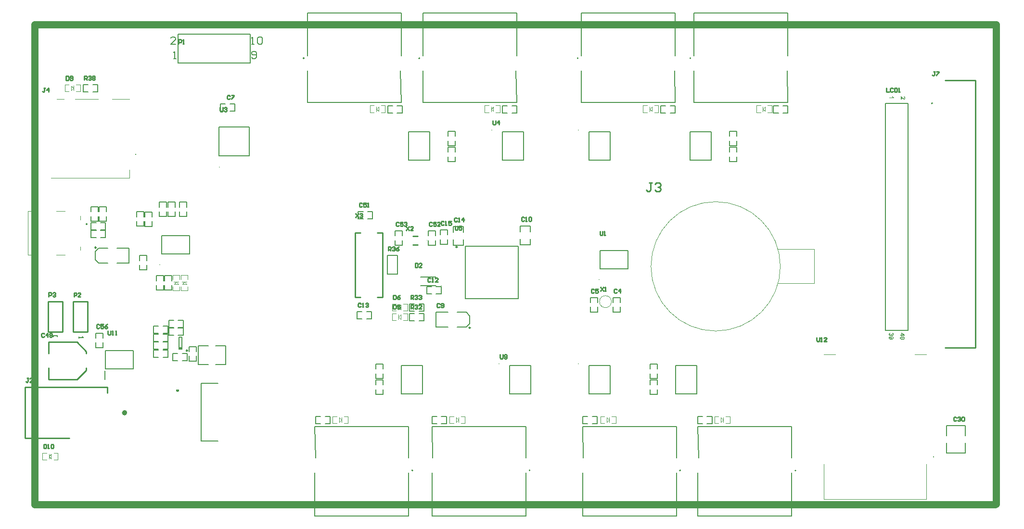
<source format=gto>
G04*
G04 #@! TF.GenerationSoftware,Altium Limited,Altium Designer,18.1.7 (191)*
G04*
G04 Layer_Color=65535*
%FSLAX25Y25*%
%MOIN*%
G70*
G01*
G75*
%ADD10C,0.00787*%
%ADD11C,0.00394*%
%ADD12C,0.00984*%
%ADD13C,0.01000*%
%ADD14C,0.01500*%
%ADD15C,0.00800*%
%ADD16C,0.00500*%
%ADD17C,0.05000*%
G36*
X594713Y-50053D02*
X594718Y-50058D01*
X594723Y-50071D01*
X594727Y-50090D01*
X594750Y-50136D01*
X594778Y-50201D01*
X594815Y-50279D01*
X594866Y-50367D01*
X594931Y-50464D01*
X595004Y-50566D01*
X595009Y-50570D01*
X595014Y-50580D01*
X595027Y-50593D01*
X595046Y-50612D01*
X595092Y-50663D01*
X595152Y-50718D01*
X595226Y-50783D01*
X595319Y-50848D01*
X595416Y-50908D01*
X595522Y-50954D01*
Y-51453D01*
X592306D01*
Y-50838D01*
X594621D01*
X594616Y-50834D01*
X594607Y-50824D01*
X594593Y-50806D01*
X594570Y-50778D01*
X594542Y-50746D01*
X594515Y-50709D01*
X594482Y-50663D01*
X594445Y-50612D01*
X594408Y-50556D01*
X594371Y-50496D01*
X594330Y-50432D01*
X594293Y-50362D01*
X594224Y-50215D01*
X594159Y-50048D01*
X594713D01*
Y-50053D01*
D02*
G37*
G36*
X600254D02*
X600277Y-50058D01*
X600305Y-50062D01*
X600337Y-50067D01*
X600420Y-50085D01*
X600513Y-50113D01*
X600614Y-50150D01*
X600725Y-50196D01*
X600831Y-50256D01*
X600836D01*
X600845Y-50265D01*
X600864Y-50275D01*
X600882Y-50293D01*
X600914Y-50312D01*
X600947Y-50339D01*
X600988Y-50372D01*
X601035Y-50409D01*
X601090Y-50450D01*
X601146Y-50501D01*
X601210Y-50556D01*
X601279Y-50621D01*
X601349Y-50690D01*
X601427Y-50769D01*
X601510Y-50852D01*
X601598Y-50945D01*
X601603Y-50949D01*
X601617Y-50963D01*
X601635Y-50981D01*
X601663Y-51009D01*
X601691Y-51046D01*
X601728Y-51083D01*
X601811Y-51166D01*
X601899Y-51249D01*
X601986Y-51333D01*
X602023Y-51370D01*
X602065Y-51407D01*
X602097Y-51434D01*
X602125Y-51453D01*
X602134Y-51457D01*
X602157Y-51471D01*
X602194Y-51494D01*
X602245Y-51517D01*
X602301Y-51540D01*
X602365Y-51564D01*
X602430Y-51578D01*
X602499Y-51582D01*
X602504D01*
X602508D01*
X602531D01*
X602573Y-51578D01*
X602619Y-51568D01*
X602670Y-51554D01*
X602721Y-51536D01*
X602772Y-51508D01*
X602818Y-51471D01*
X602823Y-51467D01*
X602836Y-51453D01*
X602855Y-51425D01*
X602873Y-51393D01*
X602892Y-51346D01*
X602910Y-51296D01*
X602924Y-51236D01*
X602929Y-51166D01*
Y-51134D01*
X602924Y-51097D01*
X602915Y-51055D01*
X602901Y-51005D01*
X602878Y-50954D01*
X602850Y-50903D01*
X602813Y-50857D01*
X602809Y-50852D01*
X602790Y-50838D01*
X602763Y-50820D01*
X602721Y-50801D01*
X602670Y-50778D01*
X602601Y-50760D01*
X602522Y-50741D01*
X602430Y-50732D01*
X602490Y-50122D01*
X602494D01*
X602513Y-50127D01*
X602536D01*
X602573Y-50136D01*
X602615Y-50141D01*
X602661Y-50155D01*
X602712Y-50168D01*
X602772Y-50182D01*
X602887Y-50228D01*
X603007Y-50284D01*
X603067Y-50321D01*
X603123Y-50362D01*
X603169Y-50409D01*
X603215Y-50459D01*
X603220Y-50464D01*
X603225Y-50473D01*
X603234Y-50487D01*
X603252Y-50510D01*
X603266Y-50538D01*
X603285Y-50575D01*
X603308Y-50612D01*
X603326Y-50658D01*
X603349Y-50709D01*
X603368Y-50764D01*
X603405Y-50884D01*
X603428Y-51028D01*
X603432Y-51102D01*
X603437Y-51180D01*
Y-51226D01*
X603432Y-51259D01*
X603428Y-51300D01*
X603423Y-51346D01*
X603414Y-51397D01*
X603405Y-51453D01*
X603372Y-51573D01*
X603326Y-51693D01*
X603298Y-51758D01*
X603266Y-51813D01*
X603225Y-51873D01*
X603178Y-51924D01*
X603174Y-51929D01*
X603169Y-51938D01*
X603151Y-51947D01*
X603132Y-51966D01*
X603109Y-51989D01*
X603077Y-52012D01*
X603044Y-52035D01*
X603003Y-52063D01*
X602910Y-52109D01*
X602804Y-52155D01*
X602744Y-52174D01*
X602679Y-52183D01*
X602610Y-52192D01*
X602541Y-52197D01*
X602531D01*
X602504D01*
X602462Y-52192D01*
X602411Y-52187D01*
X602347Y-52178D01*
X602277Y-52164D01*
X602204Y-52146D01*
X602130Y-52118D01*
X602120Y-52113D01*
X602097Y-52104D01*
X602056Y-52086D01*
X602005Y-52058D01*
X601945Y-52026D01*
X601875Y-51984D01*
X601801Y-51933D01*
X601723Y-51873D01*
X601718Y-51869D01*
X601695Y-51850D01*
X601663Y-51822D01*
X601617Y-51781D01*
X601561Y-51725D01*
X601487Y-51656D01*
X601409Y-51573D01*
X601312Y-51471D01*
X601307Y-51467D01*
X601303Y-51457D01*
X601289Y-51443D01*
X601270Y-51425D01*
X601224Y-51374D01*
X601169Y-51314D01*
X601109Y-51254D01*
X601049Y-51194D01*
X600998Y-51139D01*
X600975Y-51120D01*
X600956Y-51102D01*
X600951Y-51097D01*
X600942Y-51088D01*
X600924Y-51074D01*
X600901Y-51055D01*
X600850Y-51014D01*
X600790Y-50977D01*
Y-52197D01*
X600221D01*
Y-50048D01*
X600226D01*
X600235D01*
X600254Y-50053D01*
D02*
G37*
G36*
X603031Y-215383D02*
Y-215901D01*
X600998D01*
Y-216298D01*
X600462D01*
Y-215901D01*
X599820D01*
Y-215310D01*
X600462D01*
Y-213997D01*
X600994D01*
X603031Y-215383D01*
D02*
G37*
G36*
X601548Y-216594D02*
X601622Y-216599D01*
X601710Y-216608D01*
X601802Y-216617D01*
X601904Y-216626D01*
X602010Y-216645D01*
X602116Y-216663D01*
X602227Y-216691D01*
X602333Y-216719D01*
X602435Y-216756D01*
X602532Y-216797D01*
X602625Y-216843D01*
X602703Y-216899D01*
X602708Y-216903D01*
X602717Y-216913D01*
X602735Y-216927D01*
X602754Y-216950D01*
X602782Y-216973D01*
X602809Y-217005D01*
X602837Y-217047D01*
X602869Y-217088D01*
X602902Y-217139D01*
X602929Y-217190D01*
X602957Y-217250D01*
X602985Y-217315D01*
X603003Y-217384D01*
X603022Y-217462D01*
X603031Y-217541D01*
X603036Y-217624D01*
Y-217670D01*
X603031Y-217703D01*
X603026Y-217740D01*
X603017Y-217786D01*
X603008Y-217832D01*
X602994Y-217887D01*
X602976Y-217948D01*
X602953Y-218003D01*
X602929Y-218063D01*
X602897Y-218123D01*
X602856Y-218183D01*
X602814Y-218243D01*
X602763Y-218299D01*
X602703Y-218349D01*
X602699Y-218354D01*
X602685Y-218363D01*
X602662Y-218377D01*
X602629Y-218400D01*
X602583Y-218423D01*
X602528Y-218451D01*
X602467Y-218479D01*
X602389Y-218507D01*
X602306Y-218534D01*
X602209Y-218567D01*
X602103Y-218590D01*
X601982Y-218613D01*
X601853Y-218636D01*
X601714Y-218650D01*
X601562Y-218659D01*
X601396Y-218664D01*
X601391D01*
X601386D01*
X601372D01*
X601354D01*
X601308D01*
X601248Y-218659D01*
X601174Y-218654D01*
X601086Y-218645D01*
X600994Y-218636D01*
X600892Y-218627D01*
X600786Y-218608D01*
X600675Y-218585D01*
X600569Y-218562D01*
X600462Y-218530D01*
X600356Y-218497D01*
X600259Y-218451D01*
X600167Y-218405D01*
X600088Y-218349D01*
X600084Y-218345D01*
X600074Y-218336D01*
X600056Y-218322D01*
X600037Y-218303D01*
X600014Y-218275D01*
X599987Y-218243D01*
X599954Y-218202D01*
X599927Y-218160D01*
X599894Y-218109D01*
X599862Y-218058D01*
X599834Y-217998D01*
X599811Y-217934D01*
X599792Y-217864D01*
X599774Y-217786D01*
X599765Y-217707D01*
X599760Y-217624D01*
Y-217606D01*
X599765Y-217578D01*
Y-217546D01*
X599769Y-217509D01*
X599779Y-217462D01*
X599788Y-217412D01*
X599806Y-217356D01*
X599825Y-217296D01*
X599848Y-217236D01*
X599876Y-217171D01*
X599913Y-217111D01*
X599950Y-217047D01*
X600000Y-216986D01*
X600051Y-216927D01*
X600116Y-216871D01*
X600120Y-216866D01*
X600134Y-216857D01*
X600157Y-216843D01*
X600185Y-216829D01*
X600227Y-216806D01*
X600278Y-216783D01*
X600342Y-216756D01*
X600412Y-216732D01*
X600495Y-216705D01*
X600587Y-216677D01*
X600693Y-216654D01*
X600809Y-216635D01*
X600938Y-216617D01*
X601082Y-216603D01*
X601234Y-216594D01*
X601400Y-216589D01*
X601405D01*
X601409D01*
X601423D01*
X601442D01*
X601488D01*
X601548Y-216594D01*
D02*
G37*
G36*
X593013Y-214589D02*
X593009D01*
X593004D01*
X592976Y-214593D01*
X592935Y-214603D01*
X592884Y-214616D01*
X592829Y-214640D01*
X592768Y-214663D01*
X592713Y-214700D01*
X592662Y-214741D01*
X592658Y-214746D01*
X592644Y-214764D01*
X592625Y-214792D01*
X592607Y-214824D01*
X592584Y-214871D01*
X592565Y-214921D01*
X592551Y-214977D01*
X592547Y-215041D01*
Y-215051D01*
X592551Y-215074D01*
X592556Y-215106D01*
X592565Y-215152D01*
X592584Y-215203D01*
X592607Y-215254D01*
X592644Y-215310D01*
X592690Y-215360D01*
X592695Y-215365D01*
X592718Y-215383D01*
X592750Y-215402D01*
X592792Y-215430D01*
X592847Y-215453D01*
X592916Y-215476D01*
X592995Y-215490D01*
X593083Y-215494D01*
X593087D01*
X593092D01*
X593120D01*
X593161Y-215490D01*
X593217Y-215480D01*
X593277Y-215462D01*
X593337Y-215439D01*
X593397Y-215406D01*
X593452Y-215365D01*
X593457Y-215360D01*
X593475Y-215342D01*
X593499Y-215314D01*
X593522Y-215282D01*
X593549Y-215236D01*
X593568Y-215185D01*
X593586Y-215129D01*
X593591Y-215065D01*
Y-215018D01*
X593586Y-214986D01*
X593582Y-214945D01*
X593572Y-214894D01*
X593559Y-214843D01*
X593545Y-214783D01*
X594039Y-214847D01*
Y-214889D01*
X594044Y-214935D01*
X594048Y-214991D01*
X594062Y-215051D01*
X594081Y-215115D01*
X594108Y-215176D01*
X594145Y-215231D01*
X594150Y-215236D01*
X594168Y-215254D01*
X594192Y-215272D01*
X594228Y-215300D01*
X594270Y-215323D01*
X594321Y-215346D01*
X594381Y-215360D01*
X594450Y-215365D01*
X594459D01*
X594478D01*
X594506Y-215360D01*
X594543Y-215351D01*
X594584Y-215342D01*
X594626Y-215323D01*
X594672Y-215300D01*
X594709Y-215268D01*
X594713Y-215263D01*
X594723Y-215249D01*
X594741Y-215231D01*
X594760Y-215199D01*
X594774Y-215162D01*
X594792Y-215120D01*
X594801Y-215065D01*
X594806Y-215009D01*
Y-214981D01*
X594801Y-214954D01*
X594792Y-214917D01*
X594778Y-214875D01*
X594760Y-214829D01*
X594732Y-214783D01*
X594695Y-214741D01*
X594690Y-214737D01*
X594677Y-214723D01*
X594649Y-214704D01*
X594612Y-214681D01*
X594570Y-214658D01*
X594515Y-214640D01*
X594450Y-214621D01*
X594376Y-214607D01*
X594469Y-214044D01*
X594473D01*
X594483Y-214048D01*
X594496D01*
X594520Y-214053D01*
X594570Y-214067D01*
X594640Y-214085D01*
X594713Y-214113D01*
X594792Y-214141D01*
X594866Y-214178D01*
X594935Y-214219D01*
X594944Y-214224D01*
X594963Y-214242D01*
X594995Y-214270D01*
X595037Y-214307D01*
X595079Y-214353D01*
X595125Y-214409D01*
X595171Y-214478D01*
X595213Y-214552D01*
Y-214556D01*
X595217Y-214561D01*
X595226Y-214589D01*
X595245Y-214635D01*
X595263Y-214690D01*
X595282Y-214760D01*
X595300Y-214843D01*
X595309Y-214931D01*
X595314Y-215028D01*
Y-215069D01*
X595309Y-215102D01*
X595305Y-215143D01*
X595300Y-215185D01*
X595291Y-215236D01*
X595277Y-215286D01*
X595245Y-215402D01*
X595222Y-215462D01*
X595189Y-215527D01*
X595157Y-215587D01*
X595120Y-215642D01*
X595074Y-215702D01*
X595023Y-215753D01*
X595018Y-215758D01*
X595014Y-215762D01*
X595000Y-215776D01*
X594981Y-215790D01*
X594935Y-215827D01*
X594871Y-215868D01*
X594792Y-215910D01*
X594700Y-215942D01*
X594598Y-215970D01*
X594547Y-215975D01*
X594492Y-215979D01*
X594487D01*
X594473D01*
X594450Y-215975D01*
X594422Y-215970D01*
X594385Y-215966D01*
X594344Y-215956D01*
X594298Y-215942D01*
X594247Y-215924D01*
X594196Y-215896D01*
X594141Y-215868D01*
X594085Y-215831D01*
X594030Y-215785D01*
X593974Y-215730D01*
X593919Y-215670D01*
X593868Y-215600D01*
X593817Y-215517D01*
Y-215522D01*
X593813Y-215531D01*
Y-215545D01*
X593803Y-215564D01*
X593789Y-215614D01*
X593762Y-215674D01*
X593725Y-215744D01*
X593679Y-215818D01*
X593619Y-215892D01*
X593549Y-215956D01*
X593540Y-215966D01*
X593512Y-215984D01*
X593471Y-216007D01*
X593411Y-216039D01*
X593341Y-216072D01*
X593254Y-216095D01*
X593161Y-216113D01*
X593055Y-216123D01*
X593050D01*
X593037D01*
X593013D01*
X592986Y-216118D01*
X592949Y-216113D01*
X592907Y-216104D01*
X592856Y-216095D01*
X592805Y-216086D01*
X592695Y-216049D01*
X592634Y-216021D01*
X592570Y-215993D01*
X592510Y-215956D01*
X592450Y-215915D01*
X592390Y-215868D01*
X592334Y-215813D01*
X592330Y-215808D01*
X592320Y-215799D01*
X592307Y-215781D01*
X592288Y-215758D01*
X592265Y-215725D01*
X592242Y-215693D01*
X592214Y-215647D01*
X592186Y-215600D01*
X592159Y-215550D01*
X592131Y-215490D01*
X592108Y-215425D01*
X592085Y-215360D01*
X592066Y-215286D01*
X592052Y-215212D01*
X592043Y-215129D01*
X592039Y-215046D01*
Y-215005D01*
X592043Y-214972D01*
X592048Y-214935D01*
X592052Y-214894D01*
X592062Y-214847D01*
X592071Y-214792D01*
X592099Y-214681D01*
X592145Y-214561D01*
X592172Y-214496D01*
X592205Y-214441D01*
X592246Y-214381D01*
X592288Y-214325D01*
X592293Y-214321D01*
X592302Y-214312D01*
X592316Y-214298D01*
X592334Y-214279D01*
X592357Y-214256D01*
X592390Y-214233D01*
X592422Y-214205D01*
X592464Y-214178D01*
X592510Y-214150D01*
X592556Y-214118D01*
X592667Y-214067D01*
X592796Y-214025D01*
X592866Y-214007D01*
X592940Y-213997D01*
X593013Y-214589D01*
D02*
G37*
G36*
X594307Y-216464D02*
X594349Y-216469D01*
X594395Y-216474D01*
X594450Y-216483D01*
X594506Y-216497D01*
X594630Y-216529D01*
X594700Y-216552D01*
X594764Y-216580D01*
X594829Y-216612D01*
X594894Y-216654D01*
X594954Y-216695D01*
X595014Y-216746D01*
X595018Y-216751D01*
X595028Y-216760D01*
X595042Y-216774D01*
X595060Y-216797D01*
X595083Y-216829D01*
X595111Y-216862D01*
X595134Y-216903D01*
X595166Y-216950D01*
X595194Y-216996D01*
X595217Y-217056D01*
X595245Y-217116D01*
X595268Y-217181D01*
X595286Y-217250D01*
X595300Y-217324D01*
X595309Y-217398D01*
X595314Y-217481D01*
Y-217504D01*
X595309Y-217527D01*
Y-217564D01*
X595305Y-217606D01*
X595296Y-217652D01*
X595282Y-217707D01*
X595268Y-217763D01*
X595245Y-217827D01*
X595222Y-217892D01*
X595189Y-217957D01*
X595152Y-218026D01*
X595111Y-218091D01*
X595060Y-218155D01*
X595000Y-218220D01*
X594935Y-218280D01*
X594931Y-218285D01*
X594917Y-218294D01*
X594894Y-218308D01*
X594861Y-218331D01*
X594820Y-218354D01*
X594769Y-218382D01*
X594709Y-218409D01*
X594640Y-218437D01*
X594557Y-218465D01*
X594464Y-218497D01*
X594362Y-218520D01*
X594251Y-218544D01*
X594127Y-218567D01*
X593993Y-218580D01*
X593850Y-218590D01*
X593692Y-218594D01*
X593688D01*
X593683D01*
X593669D01*
X593656D01*
X593609D01*
X593549Y-218590D01*
X593475Y-218585D01*
X593392Y-218576D01*
X593304Y-218567D01*
X593207Y-218553D01*
X593101Y-218534D01*
X593000Y-218516D01*
X592893Y-218488D01*
X592787Y-218456D01*
X592690Y-218419D01*
X592593Y-218373D01*
X592505Y-218326D01*
X592427Y-218266D01*
X592422Y-218262D01*
X592408Y-218252D01*
X592390Y-218234D01*
X592367Y-218206D01*
X592339Y-218174D01*
X592302Y-218137D01*
X592270Y-218091D01*
X592233Y-218040D01*
X592196Y-217985D01*
X592163Y-217920D01*
X592131Y-217850D01*
X592099Y-217776D01*
X592075Y-217693D01*
X592057Y-217610D01*
X592043Y-217522D01*
X592039Y-217425D01*
Y-217389D01*
X592043Y-217365D01*
Y-217333D01*
X592048Y-217296D01*
X592062Y-217208D01*
X592089Y-217111D01*
X592122Y-217014D01*
X592172Y-216913D01*
X592200Y-216866D01*
X592237Y-216820D01*
X592242Y-216816D01*
X592246Y-216811D01*
X592260Y-216797D01*
X592274Y-216783D01*
X592297Y-216765D01*
X592320Y-216742D01*
X592353Y-216723D01*
X592385Y-216695D01*
X592427Y-216672D01*
X592468Y-216645D01*
X592519Y-216621D01*
X592575Y-216599D01*
X592630Y-216575D01*
X592695Y-216557D01*
X592759Y-216538D01*
X592833Y-216525D01*
X592903Y-217116D01*
X592893D01*
X592870Y-217121D01*
X592838Y-217125D01*
X592801Y-217139D01*
X592755Y-217153D01*
X592708Y-217171D01*
X592667Y-217194D01*
X592630Y-217227D01*
X592625Y-217231D01*
X592616Y-217245D01*
X592602Y-217264D01*
X592588Y-217291D01*
X592575Y-217328D01*
X592561Y-217365D01*
X592551Y-217416D01*
X592547Y-217467D01*
Y-217476D01*
X592551Y-217499D01*
X592556Y-217532D01*
X592570Y-217578D01*
X592588Y-217629D01*
X592621Y-217680D01*
X592662Y-217735D01*
X592718Y-217786D01*
X592727Y-217790D01*
X592736Y-217800D01*
X592755Y-217809D01*
X592773Y-217818D01*
X592801Y-217832D01*
X592833Y-217841D01*
X592875Y-217860D01*
X592921Y-217874D01*
X592972Y-217887D01*
X593032Y-217901D01*
X593096Y-217915D01*
X593170Y-217929D01*
X593254Y-217938D01*
X593346Y-217948D01*
X593443Y-217957D01*
X593438Y-217952D01*
X593434Y-217948D01*
X593420Y-217934D01*
X593401Y-217915D01*
X593383Y-217892D01*
X593360Y-217864D01*
X593309Y-217800D01*
X593258Y-217717D01*
X593217Y-217615D01*
X593198Y-217559D01*
X593189Y-217504D01*
X593180Y-217444D01*
X593175Y-217379D01*
Y-217342D01*
X593180Y-217315D01*
X593184Y-217282D01*
X593189Y-217245D01*
X593212Y-217158D01*
X593244Y-217056D01*
X593272Y-217005D01*
X593300Y-216950D01*
X593332Y-216894D01*
X593369Y-216839D01*
X593415Y-216783D01*
X593466Y-216732D01*
X593471Y-216728D01*
X593480Y-216719D01*
X593499Y-216709D01*
X593517Y-216691D01*
X593549Y-216668D01*
X593582Y-216645D01*
X593623Y-216621D01*
X593669Y-216599D01*
X593720Y-216571D01*
X593780Y-216548D01*
X593840Y-216525D01*
X593910Y-216501D01*
X593979Y-216483D01*
X594058Y-216474D01*
X594141Y-216464D01*
X594224Y-216460D01*
X594228D01*
X594247D01*
X594270D01*
X594307Y-216464D01*
D02*
G37*
%LPC*%
G36*
X600998Y-214566D02*
Y-215310D01*
X602098D01*
X600998Y-214566D01*
D02*
G37*
G36*
X601497Y-217236D02*
X601396D01*
X601391D01*
X601372D01*
X601340D01*
X601303D01*
X601257D01*
X601206Y-217241D01*
X601146D01*
X601086Y-217245D01*
X600957Y-217250D01*
X600827Y-217259D01*
X600767Y-217264D01*
X600712Y-217273D01*
X600661Y-217282D01*
X600615Y-217291D01*
X600606Y-217296D01*
X600583Y-217301D01*
X600546Y-217315D01*
X600504Y-217328D01*
X600458Y-217352D01*
X600412Y-217375D01*
X600370Y-217402D01*
X600338Y-217430D01*
X600333Y-217435D01*
X600328Y-217444D01*
X600315Y-217462D01*
X600305Y-217485D01*
X600291Y-217513D01*
X600278Y-217546D01*
X600273Y-217583D01*
X600268Y-217624D01*
Y-217643D01*
X600273Y-217666D01*
X600278Y-217689D01*
X600287Y-217721D01*
X600296Y-217754D01*
X600315Y-217786D01*
X600338Y-217818D01*
X600342Y-217823D01*
X600351Y-217832D01*
X600370Y-217850D01*
X600398Y-217869D01*
X600430Y-217887D01*
X600476Y-217911D01*
X600527Y-217934D01*
X600592Y-217952D01*
X600596D01*
X600601Y-217957D01*
X600620D01*
X600638Y-217961D01*
X600666Y-217966D01*
X600698Y-217971D01*
X600735Y-217980D01*
X600781Y-217985D01*
X600832Y-217989D01*
X600892Y-217998D01*
X600957Y-218003D01*
X601031Y-218007D01*
X601109Y-218012D01*
X601197D01*
X601294Y-218017D01*
X601396D01*
X601400D01*
X601419D01*
X601451D01*
X601488D01*
X601534D01*
X601585Y-218012D01*
X601645D01*
X601705Y-218007D01*
X601834Y-218003D01*
X601959Y-217994D01*
X602019Y-217985D01*
X602079Y-217975D01*
X602130Y-217966D01*
X602172Y-217957D01*
X602176D01*
X602181Y-217952D01*
X602204Y-217948D01*
X602241Y-217934D01*
X602287Y-217920D01*
X602333Y-217897D01*
X602380Y-217874D01*
X602421Y-217846D01*
X602454Y-217818D01*
X602458Y-217813D01*
X602467Y-217804D01*
X602477Y-217786D01*
X602491Y-217763D01*
X602504Y-217735D01*
X602518Y-217703D01*
X602523Y-217666D01*
X602528Y-217624D01*
Y-217606D01*
X602523Y-217583D01*
X602518Y-217559D01*
X602509Y-217527D01*
X602495Y-217495D01*
X602477Y-217458D01*
X602454Y-217425D01*
X602449Y-217421D01*
X602440Y-217412D01*
X602421Y-217398D01*
X602398Y-217379D01*
X602361Y-217356D01*
X602320Y-217338D01*
X602264Y-217315D01*
X602200Y-217296D01*
X602195D01*
X602190Y-217291D01*
X602172D01*
X602153Y-217287D01*
X602126Y-217282D01*
X602093Y-217278D01*
X602056Y-217273D01*
X602010Y-217268D01*
X601955Y-217259D01*
X601899Y-217254D01*
X601830Y-217250D01*
X601761Y-217245D01*
X601678Y-217241D01*
X601594D01*
X601497Y-217236D01*
D02*
G37*
G36*
X594224Y-217060D02*
X594219D01*
X594210D01*
X594196D01*
X594173D01*
X594118Y-217065D01*
X594053Y-217074D01*
X593974Y-217088D01*
X593900Y-217111D01*
X593826Y-217139D01*
X593766Y-217181D01*
X593762Y-217185D01*
X593743Y-217204D01*
X593720Y-217227D01*
X593697Y-217264D01*
X593669Y-217310D01*
X593646Y-217361D01*
X593628Y-217421D01*
X593623Y-217485D01*
Y-217495D01*
X593628Y-217513D01*
X593633Y-217546D01*
X593642Y-217587D01*
X593656Y-217633D01*
X593683Y-217684D01*
X593716Y-217735D01*
X593762Y-217781D01*
X593766Y-217786D01*
X593789Y-217800D01*
X593822Y-217823D01*
X593863Y-217846D01*
X593924Y-217864D01*
X593993Y-217887D01*
X594076Y-217901D01*
X594173Y-217906D01*
X594178D01*
X594187D01*
X594201D01*
X594224D01*
X594275Y-217897D01*
X594344Y-217887D01*
X594418Y-217874D01*
X594496Y-217846D01*
X594570Y-217813D01*
X594640Y-217767D01*
X594649Y-217763D01*
X594667Y-217744D01*
X594690Y-217717D01*
X594723Y-217680D01*
X594755Y-217633D01*
X594778Y-217578D01*
X594797Y-217518D01*
X594806Y-217453D01*
Y-217425D01*
X594797Y-217393D01*
X594788Y-217356D01*
X594774Y-217310D01*
X594746Y-217264D01*
X594713Y-217217D01*
X594667Y-217171D01*
X594663Y-217167D01*
X594640Y-217153D01*
X594607Y-217134D01*
X594561Y-217116D01*
X594501Y-217097D01*
X594422Y-217079D01*
X594330Y-217065D01*
X594224Y-217060D01*
D02*
G37*
%LPD*%
D10*
X454461Y-23287D02*
G03*
X454461Y-24075I0J-394D01*
G01*
D02*
G03*
X454461Y-23287I0J394D01*
G01*
X266713Y-24075D02*
G03*
X266713Y-23287I0J394D01*
G01*
D02*
G03*
X266713Y-24075I0J-394D01*
G01*
X376461Y-23287D02*
G03*
X376461Y-24075I0J-394D01*
G01*
D02*
G03*
X376461Y-23287I0J394D01*
G01*
X343130Y-309784D02*
G03*
X343130Y-308996I0J394D01*
G01*
D02*
G03*
X343130Y-309784I0J-394D01*
G01*
X527290D02*
G03*
X527290Y-308996I0J394D01*
G01*
D02*
G03*
X527290Y-309784I0J-394D01*
G01*
X447368D02*
G03*
X447368Y-308996I0J394D01*
G01*
D02*
G03*
X447368Y-309784I0J-394D01*
G01*
X70496Y-90327D02*
G03*
X70102Y-90327I-197J0D01*
G01*
D02*
G03*
X70496Y-90327I197J0D01*
G01*
D02*
G03*
X70102Y-90327I-197J0D01*
G01*
X186634Y-23287D02*
G03*
X186634Y-24075I0J-394D01*
G01*
D02*
G03*
X186634Y-23287I0J394D01*
G01*
X621882Y-55283D02*
G03*
X621882Y-54496I0J394D01*
G01*
D02*
G03*
X621882Y-55283I0J-394D01*
G01*
X623087Y-299933D02*
G03*
X622693Y-299933I-197J0D01*
G01*
D02*
G03*
X623087Y-299933I197J0D01*
G01*
D02*
G03*
X622693Y-299933I-197J0D01*
G01*
X261870Y-308996D02*
G03*
X261870Y-309784I0J-394D01*
G01*
D02*
G03*
X261870Y-308996I0J394D01*
G01*
X62378Y-269429D02*
G03*
X62772Y-269429I197J0D01*
G01*
D02*
G03*
X62378Y-269429I-197J0D01*
G01*
X36319Y-138260D02*
G03*
X36319Y-139047I0J-394D01*
G01*
D02*
G03*
X36319Y-138260I0J394D01*
G01*
X384283Y-236634D02*
X398850D01*
Y-256319D02*
Y-236634D01*
X384283Y-256319D02*
X398850D01*
X384283D02*
Y-236634D01*
X377097Y-235255D02*
X377098Y-235256D01*
X324284Y-74547D02*
X338850D01*
Y-94232D02*
Y-74547D01*
X324284Y-94232D02*
X338850D01*
X324284D02*
Y-74547D01*
X317097Y-73169D02*
X317098Y-73169D01*
X86898Y-166687D02*
Y-166678D01*
X88233Y-159296D02*
X107532D01*
Y-146698D01*
X88233D02*
X107532D01*
X88233Y-159296D02*
Y-146698D01*
X99500Y-26933D02*
X149500D01*
X99500Y-6933D02*
X149500D01*
X99500Y-26933D02*
Y-6933D01*
X149500Y-26933D02*
Y-6933D01*
X48842Y-246437D02*
Y-240433D01*
X49354Y-239055D02*
X68646D01*
Y-226457D01*
X49354D02*
X68646D01*
X49354Y-239055D02*
Y-226457D01*
X589689Y-212476D02*
Y-54996D01*
X605437Y-212476D02*
Y-54996D01*
X589689D02*
X605437D01*
X589689Y-212476D02*
X605437D01*
X322097Y-235255D02*
X322098Y-235256D01*
X329283Y-256319D02*
Y-236634D01*
Y-256319D02*
X343850D01*
Y-236634D01*
X329283D02*
X343850D01*
X444283Y-256319D02*
Y-236634D01*
Y-256319D02*
X458850D01*
Y-236634D01*
X444283D02*
X458850D01*
X273850Y-94232D02*
Y-74547D01*
X259283D02*
X273850D01*
X259283Y-94232D02*
Y-74547D01*
Y-94232D02*
X273850D01*
X468850D02*
Y-74547D01*
X454284D02*
X468850D01*
X454284Y-94232D02*
Y-74547D01*
Y-94232D02*
X468850D01*
X254283Y-256319D02*
Y-236634D01*
Y-256319D02*
X268850D01*
Y-236634D01*
X254283D02*
X268850D01*
X281971Y-181259D02*
X281972Y-181260D01*
X267601Y-175157D02*
X278232D01*
X267601Y-181260D02*
X278232D01*
X298727Y-190476D02*
Y-153862D01*
Y-190476D02*
X335342D01*
Y-153862D01*
X298727D02*
X335342D01*
X377097Y-73169D02*
X377098Y-73169D01*
X384283Y-94232D02*
Y-74547D01*
Y-94232D02*
X398850D01*
Y-74547D01*
X384283D02*
X398850D01*
X100224Y-225336D02*
X102192D01*
X100224D02*
Y-217069D01*
X102192D01*
Y-225336D02*
Y-217069D01*
X100224Y-224736D02*
X102192D01*
X100224Y-224236D02*
X102192D01*
X128342Y-98953D02*
Y-98946D01*
X128106Y-91472D02*
X148894D01*
Y-71394D01*
X128106D02*
X148894D01*
X128106Y-91472D02*
Y-71394D01*
X391331Y-176902D02*
Y-176890D01*
X391843Y-169606D02*
X411134D01*
Y-157008D01*
X391843D02*
X411134D01*
X391843Y-169606D02*
Y-157008D01*
X115553Y-248843D02*
X127364D01*
X115553Y-289000D02*
Y-248843D01*
Y-289000D02*
X127364D01*
D11*
X271874Y-149933D02*
G03*
X272268Y-149933I197J0D01*
G01*
D02*
G03*
X271874Y-149933I-197J0D01*
G01*
X427224Y-167933D02*
G03*
X516831Y-167933I44803J0D01*
G01*
D02*
G03*
X427224Y-167933I-44803J0D01*
G01*
X391551Y-192378D02*
G03*
X399819Y-192378I4134J0D01*
G01*
D02*
G03*
X391551Y-192378I-4134J0D01*
G01*
X25713Y-46008D02*
Y-42858D01*
Y-46027D02*
X27306Y-44433D01*
X25713Y-42839D02*
X27306Y-44433D01*
Y-46106D02*
Y-42760D01*
X31815Y-46795D02*
Y-42071D01*
X21185Y-46795D02*
X24039D01*
X21185D02*
Y-42071D01*
X24039D01*
X28961D02*
X31815D01*
X28961Y-46795D02*
X31815D01*
X515020Y-156122D02*
X540177D01*
Y-179744D02*
Y-156122D01*
X515020Y-179744D02*
X540177D01*
X15575Y-52039D02*
X20496D01*
X28370D02*
X44122D01*
X53965D02*
X66067D01*
X2488Y-100957D02*
Y-56665D01*
X11638Y-106567D02*
X66067D01*
Y-100957D01*
X478961Y-276604D02*
X481815D01*
X478961Y-271880D02*
X481815D01*
X471185D02*
X474039D01*
X471185Y-276604D02*
Y-271880D01*
Y-276604D02*
X474039D01*
X481815D02*
Y-271880D01*
X477306Y-275915D02*
Y-272569D01*
X475713Y-272648D02*
X477306Y-274242D01*
X475713Y-275836D02*
X477306Y-274242D01*
X475713Y-275817D02*
Y-272667D01*
X11787Y-301279D02*
Y-298130D01*
X10194Y-299705D02*
X11787Y-298111D01*
X10194Y-299705D02*
X11787Y-301298D01*
X10194Y-301378D02*
Y-298031D01*
X5685Y-302067D02*
Y-297342D01*
X13461D02*
X16315D01*
Y-302067D02*
Y-297342D01*
X13461Y-302067D02*
X16315D01*
X5685D02*
X8539D01*
X5685Y-297342D02*
X8539D01*
X214461Y-276604D02*
X217315D01*
X214461Y-271880D02*
X217315D01*
X206685D02*
X209539D01*
X206685Y-276604D02*
Y-271880D01*
Y-276604D02*
X209539D01*
X217315D02*
Y-271880D01*
X212806Y-275915D02*
Y-272569D01*
X211213Y-272648D02*
X212806Y-274242D01*
X211213Y-275836D02*
X212806Y-274242D01*
X211213Y-275817D02*
Y-272667D01*
X396713Y-275817D02*
Y-272667D01*
Y-275836D02*
X398306Y-274242D01*
X396713Y-272648D02*
X398306Y-274242D01*
Y-275915D02*
Y-272569D01*
X402815Y-276604D02*
Y-271880D01*
X392185Y-276604D02*
X395039D01*
X392185D02*
Y-271880D01*
X395039D01*
X399961D02*
X402815D01*
X399961Y-276604D02*
X402815D01*
X292213Y-275817D02*
Y-272667D01*
Y-275836D02*
X293806Y-274242D01*
X292213Y-272648D02*
X293806Y-274242D01*
Y-275915D02*
Y-272569D01*
X298315Y-276604D02*
Y-271880D01*
X287685Y-276604D02*
X290539D01*
X287685D02*
Y-271880D01*
X290539D01*
X295461D02*
X298315D01*
X295461Y-276604D02*
X298315D01*
X427819Y-60415D02*
Y-57266D01*
X426225Y-58841D02*
X427819Y-57247D01*
X426225Y-58841D02*
X427819Y-60434D01*
X426225Y-60514D02*
Y-57167D01*
X421716Y-61203D02*
Y-56478D01*
X429492D02*
X432346D01*
Y-61203D02*
Y-56478D01*
X429492Y-61203D02*
X432346D01*
X421716D02*
X424571D01*
X421716Y-56478D02*
X424571D01*
X506374Y-60415D02*
Y-57266D01*
X504780Y-58841D02*
X506374Y-57247D01*
X504780Y-58841D02*
X506374Y-60434D01*
X504780Y-60514D02*
Y-57167D01*
X500272Y-61203D02*
Y-56478D01*
X508047D02*
X510902D01*
Y-61203D02*
Y-56478D01*
X508047Y-61203D02*
X510902D01*
X500272D02*
X503126D01*
X500272Y-56478D02*
X503126D01*
X238583Y-60415D02*
Y-57266D01*
X236989Y-58841D02*
X238583Y-57247D01*
X236989Y-58841D02*
X238583Y-60434D01*
X236989Y-60514D02*
Y-57167D01*
X232480Y-61203D02*
Y-56478D01*
X240256D02*
X243110D01*
Y-61203D02*
Y-56478D01*
X240256Y-61203D02*
X243110D01*
X232480D02*
X235335D01*
X232480Y-56478D02*
X235335D01*
X318083Y-60415D02*
Y-57266D01*
X316489Y-58841D02*
X318083Y-57247D01*
X316489Y-58841D02*
X318083Y-60434D01*
X316489Y-60514D02*
Y-57167D01*
X311980Y-61203D02*
Y-56478D01*
X319756D02*
X322610D01*
Y-61203D02*
Y-56478D01*
X319756Y-61203D02*
X322610D01*
X311980D02*
X314835D01*
X311980Y-56478D02*
X314835D01*
X254019Y-197894D02*
Y-194744D01*
X252425Y-196319D02*
X254019Y-194725D01*
X252425Y-196319D02*
X254019Y-197913D01*
X252425Y-197992D02*
Y-194646D01*
X247917Y-198681D02*
Y-193957D01*
X255692D02*
X258546D01*
Y-198681D02*
Y-193957D01*
X255692Y-198681D02*
X258546D01*
X247917D02*
X250771D01*
X247917Y-193957D02*
X250771D01*
X254019Y-204587D02*
Y-201437D01*
X252425Y-203012D02*
X254019Y-201418D01*
X252425Y-203012D02*
X254019Y-204606D01*
X252425Y-204685D02*
Y-201339D01*
X247917Y-205374D02*
Y-200650D01*
X255692D02*
X258546D01*
Y-205374D02*
Y-200650D01*
X255692Y-205374D02*
X258546D01*
X247917D02*
X250771D01*
X247917Y-200650D02*
X250771D01*
X547102Y-329461D02*
Y-304854D01*
Y-329461D02*
Y-304854D01*
X617969Y-329461D02*
Y-304854D01*
Y-329461D02*
Y-304854D01*
X547102Y-229067D02*
X554976D01*
X547102D02*
X554976D01*
X610094D02*
X617969D01*
X610094D02*
X617969D01*
X547102Y-329461D02*
X617969D01*
X547102D02*
X617969D01*
X100758Y-176988D02*
Y-174134D01*
X96034Y-176988D02*
Y-174134D01*
Y-184764D02*
Y-181909D01*
Y-184764D02*
X100758D01*
Y-181909D01*
X96034Y-174134D02*
X100758D01*
X96723Y-178642D02*
X100069D01*
X96802Y-180236D02*
X98396Y-178642D01*
X99989Y-180236D01*
X96821D02*
X99971D01*
X15453Y-129795D02*
X21358D01*
X15453Y-160110D02*
X21358D01*
X-4232D02*
X-295D01*
X-4232D02*
Y-129795D01*
X-295D01*
X31988Y-135504D02*
Y-133142D01*
Y-156764D02*
Y-154402D01*
X106441Y-176988D02*
Y-174134D01*
X101716Y-176988D02*
Y-174134D01*
Y-184764D02*
Y-181909D01*
Y-184764D02*
X106441D01*
Y-181909D01*
X101716Y-174134D02*
X106441D01*
X102406Y-178642D02*
X105752D01*
X102485Y-180236D02*
X104079Y-178642D01*
X105672Y-180236D01*
X102504D02*
X105654D01*
D12*
X293019Y-154453D02*
G03*
X293019Y-154453I-492J0D01*
G01*
X106200Y-226302D02*
G03*
X106200Y-226302I-492J0D01*
G01*
D13*
X302118Y-210445D02*
G03*
X302118Y-210445I-500J0D01*
G01*
X42890Y-154921D02*
G03*
X42890Y-154921I-500J0D01*
G01*
X262425Y-152886D02*
X265575D01*
X262425Y-146980D02*
X265575D01*
X19500Y-213433D02*
Y-192433D01*
X9500Y-213433D02*
Y-192433D01*
Y-213433D02*
X19500D01*
X9500Y-192433D02*
X19500D01*
X37000Y-213433D02*
Y-192433D01*
X27000Y-213433D02*
Y-192433D01*
Y-213433D02*
X37000D01*
X27000Y-192433D02*
X37000D01*
X222251Y-189374D02*
X225795D01*
X222251D02*
Y-144492D01*
X225795D01*
X237606Y-189374D02*
X241149D01*
Y-144492D01*
X237606D02*
X241149D01*
X630937Y-39142D02*
X651803D01*
Y-224181D02*
Y-39142D01*
X630937Y-224181D02*
X651803D01*
X10008Y-246425D02*
X29496D01*
X10008Y-220441D02*
X29496D01*
X35992Y-226937D01*
X29496Y-246425D02*
X35992Y-239929D01*
X10008Y-246425D02*
Y-238433D01*
Y-228433D02*
Y-220441D01*
X35992Y-228433D02*
Y-226937D01*
Y-239929D02*
Y-238433D01*
X-6323Y-287146D02*
X24189D01*
X-6323D02*
Y-251713D01*
X50567D01*
X50764Y-255650D01*
X428103Y-110037D02*
X426104D01*
X427104D01*
Y-115035D01*
X426104Y-116035D01*
X425104D01*
X424105Y-115035D01*
X430103Y-111036D02*
X431103Y-110037D01*
X433102D01*
X434101Y-111036D01*
Y-112036D01*
X433102Y-113036D01*
X432102D01*
X433102D01*
X434101Y-114035D01*
Y-115035D01*
X433102Y-116035D01*
X431103D01*
X430103Y-115035D01*
X51000Y-212634D02*
Y-214967D01*
X51467Y-215433D01*
X52399D01*
X52866Y-214967D01*
Y-212634D01*
X53799Y-215433D02*
X54732D01*
X54266D01*
Y-212634D01*
X53799Y-213101D01*
X56132Y-215433D02*
X57065D01*
X56598D01*
Y-212634D01*
X56132Y-213101D01*
X10005Y-188935D02*
Y-186135D01*
X11404D01*
X11871Y-186602D01*
Y-187535D01*
X11404Y-188002D01*
X10005D01*
X12804Y-186602D02*
X13270Y-186135D01*
X14203D01*
X14670Y-186602D01*
Y-187069D01*
X14203Y-187535D01*
X13737D01*
X14203D01*
X14670Y-188002D01*
Y-188468D01*
X14203Y-188935D01*
X13270D01*
X12804Y-188468D01*
X45071Y-208602D02*
X44604Y-208136D01*
X43671D01*
X43205Y-208602D01*
Y-210468D01*
X43671Y-210935D01*
X44604D01*
X45071Y-210468D01*
X47870Y-208136D02*
X46004D01*
Y-209535D01*
X46937Y-209069D01*
X47403D01*
X47870Y-209535D01*
Y-210468D01*
X47403Y-210935D01*
X46470D01*
X46004Y-210468D01*
X50669Y-208136D02*
X49736Y-208602D01*
X48803Y-209535D01*
Y-210468D01*
X49269Y-210935D01*
X50202D01*
X50669Y-210468D01*
Y-210002D01*
X50202Y-209535D01*
X48803D01*
X34705Y-38635D02*
Y-35880D01*
X36082D01*
X36541Y-36339D01*
Y-37257D01*
X36082Y-37716D01*
X34705D01*
X35623D02*
X36541Y-38635D01*
X37460Y-36339D02*
X37919Y-35880D01*
X38837D01*
X39296Y-36339D01*
Y-36798D01*
X38837Y-37257D01*
X38378D01*
X38837D01*
X39296Y-37716D01*
Y-38175D01*
X38837Y-38635D01*
X37919D01*
X37460Y-38175D01*
X40215Y-36339D02*
X40674Y-35880D01*
X41592D01*
X42051Y-36339D01*
Y-36798D01*
X41592Y-37257D01*
X42051Y-37716D01*
Y-38175D01*
X41592Y-38635D01*
X40674D01*
X40215Y-38175D01*
Y-37716D01*
X40674Y-37257D01*
X40215Y-36798D01*
Y-36339D01*
X40674Y-37257D02*
X41592D01*
X6505Y-291351D02*
Y-294106D01*
X7882D01*
X8341Y-293647D01*
Y-291810D01*
X7882Y-291351D01*
X6505D01*
X9260Y-294106D02*
X10178D01*
X9719D01*
Y-291351D01*
X9260Y-291810D01*
X11556D02*
X12015Y-291351D01*
X12933D01*
X13392Y-291810D01*
Y-293647D01*
X12933Y-294106D01*
X12015D01*
X11556Y-293647D01*
Y-291810D01*
X22005Y-36080D02*
Y-38835D01*
X23382D01*
X23841Y-38375D01*
Y-36539D01*
X23382Y-36080D01*
X22005D01*
X24760Y-38375D02*
X25219Y-38835D01*
X26137D01*
X26596Y-38375D01*
Y-36539D01*
X26137Y-36080D01*
X25219D01*
X24760Y-36539D01*
Y-36998D01*
X25219Y-37457D01*
X26596D01*
X27505Y-188935D02*
Y-186180D01*
X28882D01*
X29341Y-186639D01*
Y-187557D01*
X28882Y-188016D01*
X27505D01*
X32096Y-188935D02*
X30260D01*
X32096Y-187098D01*
Y-186639D01*
X31637Y-186180D01*
X30719D01*
X30260Y-186639D01*
X322732Y-229144D02*
Y-231440D01*
X323191Y-231899D01*
X324110D01*
X324569Y-231440D01*
Y-229144D01*
X325487Y-231440D02*
X325946Y-231899D01*
X326865D01*
X327324Y-231440D01*
Y-229603D01*
X326865Y-229144D01*
X325946D01*
X325487Y-229603D01*
Y-230062D01*
X325946Y-230522D01*
X327324D01*
X222705Y-131280D02*
X224541Y-134035D01*
Y-131280D02*
X222705Y-134035D01*
X225460Y-131739D02*
X225919Y-131280D01*
X226837D01*
X227296Y-131739D01*
Y-132198D01*
X226837Y-132657D01*
X226378D01*
X226837D01*
X227296Y-133116D01*
Y-133575D01*
X226837Y-134035D01*
X225919D01*
X225460Y-133575D01*
X257705Y-140280D02*
X259541Y-143035D01*
Y-140280D02*
X257705Y-143035D01*
X262296D02*
X260460D01*
X262296Y-141198D01*
Y-140739D01*
X261837Y-140280D01*
X260919D01*
X260460Y-140739D01*
X245205Y-157135D02*
Y-154380D01*
X246582D01*
X247041Y-154839D01*
Y-155757D01*
X246582Y-156216D01*
X245205D01*
X246123D02*
X247041Y-157135D01*
X247960Y-154839D02*
X248419Y-154380D01*
X249337D01*
X249796Y-154839D01*
Y-155298D01*
X249337Y-155757D01*
X248878D01*
X249337D01*
X249796Y-156216D01*
Y-156676D01*
X249337Y-157135D01*
X248419D01*
X247960Y-156676D01*
X252551Y-154380D02*
X251633Y-154839D01*
X250715Y-155757D01*
Y-156676D01*
X251174Y-157135D01*
X252092D01*
X252551Y-156676D01*
Y-156216D01*
X252092Y-155757D01*
X250715D01*
X252541Y-137788D02*
X252082Y-137329D01*
X251164D01*
X250705Y-137788D01*
Y-139625D01*
X251164Y-140084D01*
X252082D01*
X252541Y-139625D01*
X255296Y-137329D02*
X253460D01*
Y-138706D01*
X254378Y-138247D01*
X254837D01*
X255296Y-138706D01*
Y-139625D01*
X254837Y-140084D01*
X253919D01*
X253460Y-139625D01*
X256215Y-137788D02*
X256674Y-137329D01*
X257592D01*
X258051Y-137788D01*
Y-138247D01*
X257592Y-138706D01*
X257133D01*
X257592D01*
X258051Y-139165D01*
Y-139625D01*
X257592Y-140084D01*
X256674D01*
X256215Y-139625D01*
X275541Y-137732D02*
X275082Y-137273D01*
X274164D01*
X273705Y-137732D01*
Y-139569D01*
X274164Y-140028D01*
X275082D01*
X275541Y-139569D01*
X278296Y-137273D02*
X276460D01*
Y-138650D01*
X277378Y-138191D01*
X277837D01*
X278296Y-138650D01*
Y-139569D01*
X277837Y-140028D01*
X276919D01*
X276460Y-139569D01*
X281051Y-140028D02*
X279215D01*
X281051Y-138191D01*
Y-137732D01*
X280592Y-137273D01*
X279674D01*
X279215Y-137732D01*
X227041Y-124339D02*
X226582Y-123880D01*
X225664D01*
X225205Y-124339D01*
Y-126175D01*
X225664Y-126635D01*
X226582D01*
X227041Y-126175D01*
X229796Y-123880D02*
X227960D01*
Y-125257D01*
X228878Y-124798D01*
X229337D01*
X229796Y-125257D01*
Y-126175D01*
X229337Y-126635D01*
X228419D01*
X227960Y-126175D01*
X230715Y-126635D02*
X231633D01*
X231174D01*
Y-123880D01*
X230715Y-124339D01*
X260805Y-190735D02*
Y-187980D01*
X262182D01*
X262641Y-188439D01*
Y-189357D01*
X262182Y-189816D01*
X260805D01*
X261723D02*
X262641Y-190735D01*
X263560Y-188439D02*
X264019Y-187980D01*
X264937D01*
X265396Y-188439D01*
Y-188898D01*
X264937Y-189357D01*
X264478D01*
X264937D01*
X265396Y-189816D01*
Y-190276D01*
X264937Y-190735D01*
X264019D01*
X263560Y-190276D01*
X266315Y-188439D02*
X266774Y-187980D01*
X267692D01*
X268151Y-188439D01*
Y-188898D01*
X267692Y-189357D01*
X267233D01*
X267692D01*
X268151Y-189816D01*
Y-190276D01*
X267692Y-190735D01*
X266774D01*
X266315Y-190276D01*
X260805Y-197435D02*
Y-194680D01*
X262182D01*
X262641Y-195139D01*
Y-196057D01*
X262182Y-196516D01*
X260805D01*
X261723D02*
X262641Y-197435D01*
X263560Y-195139D02*
X264019Y-194680D01*
X264937D01*
X265396Y-195139D01*
Y-195598D01*
X264937Y-196057D01*
X264478D01*
X264937D01*
X265396Y-196516D01*
Y-196976D01*
X264937Y-197435D01*
X264019D01*
X263560Y-196976D01*
X268151Y-197435D02*
X266315D01*
X268151Y-195598D01*
Y-195139D01*
X267692Y-194680D01*
X266774D01*
X266315Y-195139D01*
X248705Y-187980D02*
Y-190735D01*
X250082D01*
X250541Y-190276D01*
Y-188439D01*
X250082Y-187980D01*
X248705D01*
X253296D02*
X252378Y-188439D01*
X251460Y-189357D01*
Y-190276D01*
X251919Y-190735D01*
X252837D01*
X253296Y-190276D01*
Y-189816D01*
X252837Y-189357D01*
X251460D01*
X248705Y-194680D02*
Y-197435D01*
X250082D01*
X250541Y-196976D01*
Y-195139D01*
X250082Y-194680D01*
X248705D01*
X253296D02*
X251460D01*
Y-196057D01*
X252378Y-195598D01*
X252837D01*
X253296Y-196057D01*
Y-196976D01*
X252837Y-197435D01*
X251919D01*
X251460Y-196976D01*
X623941Y-32880D02*
X623023D01*
X623482D01*
Y-35175D01*
X623023Y-35635D01*
X622564D01*
X622105Y-35175D01*
X624860Y-32880D02*
X626696D01*
Y-33339D01*
X624860Y-35175D01*
Y-35635D01*
X6941Y-214639D02*
X6482Y-214180D01*
X5564D01*
X5105Y-214639D01*
Y-216476D01*
X5564Y-216935D01*
X6482D01*
X6941Y-216476D01*
X9237Y-216935D02*
Y-214180D01*
X7860Y-215557D01*
X9696D01*
X10615Y-216476D02*
X11074Y-216935D01*
X11992D01*
X12451Y-216476D01*
Y-214639D01*
X11992Y-214180D01*
X11074D01*
X10615Y-214639D01*
Y-215098D01*
X11074Y-215557D01*
X12451D01*
X392305Y-182280D02*
X394141Y-185035D01*
Y-182280D02*
X392305Y-185035D01*
X395060D02*
X395978D01*
X395519D01*
Y-182280D01*
X395060Y-182739D01*
X542005Y-217180D02*
Y-219476D01*
X542464Y-219935D01*
X543382D01*
X543841Y-219476D01*
Y-217180D01*
X544760Y-219935D02*
X545678D01*
X545219D01*
Y-217180D01*
X544760Y-217639D01*
X548892Y-219935D02*
X547056D01*
X548892Y-218098D01*
Y-217639D01*
X548433Y-217180D01*
X547515D01*
X547056Y-217639D01*
X291505Y-139880D02*
Y-142175D01*
X291964Y-142635D01*
X292882D01*
X293341Y-142175D01*
Y-139880D01*
X296096D02*
X294260D01*
Y-141257D01*
X295178Y-140798D01*
X295637D01*
X296096Y-141257D01*
Y-142175D01*
X295637Y-142635D01*
X294719D01*
X294260Y-142175D01*
X317731Y-66995D02*
Y-69290D01*
X318191Y-69750D01*
X319109D01*
X319568Y-69290D01*
Y-66995D01*
X321864Y-69750D02*
Y-66995D01*
X320486Y-68372D01*
X322323D01*
X128737Y-57761D02*
Y-60057D01*
X129196Y-60516D01*
X130114D01*
X130574Y-60057D01*
Y-57761D01*
X131492Y-58220D02*
X131951Y-57761D01*
X132870D01*
X133329Y-58220D01*
Y-58679D01*
X132870Y-59138D01*
X132410D01*
X132870D01*
X133329Y-59597D01*
Y-60057D01*
X132870Y-60516D01*
X131951D01*
X131492Y-60057D01*
X391905Y-143580D02*
Y-145876D01*
X392364Y-146335D01*
X393282D01*
X393741Y-145876D01*
Y-143580D01*
X394660Y-146335D02*
X395578D01*
X395119D01*
Y-143580D01*
X394660Y-144039D01*
X100105Y-13535D02*
Y-10780D01*
X101482D01*
X101941Y-11239D01*
Y-12157D01*
X101482Y-12616D01*
X100105D01*
X102860Y-13535D02*
X103778D01*
X103319D01*
Y-10780D01*
X102860Y-11239D01*
X590305Y-44280D02*
Y-47035D01*
X592141D01*
X594896Y-44739D02*
X594437Y-44280D01*
X593519D01*
X593060Y-44739D01*
Y-46575D01*
X593519Y-47035D01*
X594437D01*
X594896Y-46575D01*
X595815Y-44280D02*
Y-47035D01*
X597192D01*
X597651Y-46575D01*
Y-44739D01*
X597192Y-44280D01*
X595815D01*
X598570Y-47035D02*
X599488D01*
X599029D01*
Y-44280D01*
X598570Y-44739D01*
X7510Y-44320D02*
X6592D01*
X7051D01*
Y-46616D01*
X6592Y-47075D01*
X6132D01*
X5673Y-46616D01*
X9806Y-47075D02*
Y-44320D01*
X8428Y-45697D01*
X10265D01*
X-4028Y-245476D02*
X-4946D01*
X-4487D01*
Y-247772D01*
X-4946Y-248231D01*
X-5405D01*
X-5864Y-247772D01*
X-1273Y-248231D02*
X-3109D01*
X-1273Y-246394D01*
Y-245935D01*
X-1732Y-245476D01*
X-2650D01*
X-3109Y-245935D01*
X263805Y-165780D02*
Y-168535D01*
X265182D01*
X265641Y-168076D01*
Y-166239D01*
X265182Y-165780D01*
X263805D01*
X268396Y-168535D02*
X266560D01*
X268396Y-166698D01*
Y-166239D01*
X267937Y-165780D01*
X267019D01*
X266560Y-166239D01*
X638741Y-272839D02*
X638282Y-272380D01*
X637364D01*
X636905Y-272839D01*
Y-274675D01*
X637364Y-275135D01*
X638282D01*
X638741Y-274675D01*
X639660Y-272839D02*
X640119Y-272380D01*
X641037D01*
X641496Y-272839D01*
Y-273298D01*
X641037Y-273757D01*
X640578D01*
X641037D01*
X641496Y-274216D01*
Y-274675D01*
X641037Y-275135D01*
X640119D01*
X639660Y-274675D01*
X642415Y-272839D02*
X642874Y-272380D01*
X643792D01*
X644251Y-272839D01*
Y-274675D01*
X643792Y-275135D01*
X642874D01*
X642415Y-274675D01*
Y-272839D01*
X283741Y-137139D02*
X283282Y-136680D01*
X282364D01*
X281905Y-137139D01*
Y-138976D01*
X282364Y-139435D01*
X283282D01*
X283741Y-138976D01*
X284660Y-139435D02*
X285578D01*
X285119D01*
Y-136680D01*
X284660Y-137139D01*
X288792Y-136680D02*
X286956D01*
Y-138057D01*
X287874Y-137598D01*
X288333D01*
X288792Y-138057D01*
Y-138976D01*
X288333Y-139435D01*
X287415D01*
X286956Y-138976D01*
X292841Y-134639D02*
X292382Y-134180D01*
X291464D01*
X291005Y-134639D01*
Y-136476D01*
X291464Y-136935D01*
X292382D01*
X292841Y-136476D01*
X293760Y-136935D02*
X294678D01*
X294219D01*
Y-134180D01*
X293760Y-134639D01*
X297433Y-136935D02*
Y-134180D01*
X296056Y-135557D01*
X297892D01*
X226241Y-193839D02*
X225782Y-193380D01*
X224864D01*
X224405Y-193839D01*
Y-195676D01*
X224864Y-196135D01*
X225782D01*
X226241Y-195676D01*
X227160Y-196135D02*
X228078D01*
X227619D01*
Y-193380D01*
X227160Y-193839D01*
X229456D02*
X229915Y-193380D01*
X230833D01*
X231292Y-193839D01*
Y-194298D01*
X230833Y-194757D01*
X230374D01*
X230833D01*
X231292Y-195216D01*
Y-195676D01*
X230833Y-196135D01*
X229915D01*
X229456Y-195676D01*
X274441Y-176439D02*
X273982Y-175980D01*
X273064D01*
X272605Y-176439D01*
Y-178276D01*
X273064Y-178735D01*
X273982D01*
X274441Y-178276D01*
X275360Y-178735D02*
X276278D01*
X275819D01*
Y-175980D01*
X275360Y-176439D01*
X279492Y-178735D02*
X277656D01*
X279492Y-176898D01*
Y-176439D01*
X279033Y-175980D01*
X278115D01*
X277656Y-176439D01*
X339341Y-134239D02*
X338882Y-133780D01*
X337964D01*
X337505Y-134239D01*
Y-136075D01*
X337964Y-136535D01*
X338882D01*
X339341Y-136075D01*
X340260Y-136535D02*
X341178D01*
X340719D01*
Y-133780D01*
X340260Y-134239D01*
X342556D02*
X343015Y-133780D01*
X343933D01*
X344392Y-134239D01*
Y-136075D01*
X343933Y-136535D01*
X343015D01*
X342556Y-136075D01*
Y-134239D01*
X280797Y-194129D02*
X280337Y-193670D01*
X279419D01*
X278960Y-194129D01*
Y-195966D01*
X279419Y-196425D01*
X280337D01*
X280797Y-195966D01*
X281715D02*
X282174Y-196425D01*
X283092D01*
X283552Y-195966D01*
Y-194129D01*
X283092Y-193670D01*
X282174D01*
X281715Y-194129D01*
Y-194588D01*
X282174Y-195048D01*
X283552D01*
X135541Y-49839D02*
X135082Y-49380D01*
X134164D01*
X133705Y-49839D01*
Y-51675D01*
X134164Y-52135D01*
X135082D01*
X135541Y-51675D01*
X136460Y-49380D02*
X138296D01*
Y-49839D01*
X136460Y-51675D01*
Y-52135D01*
X387741Y-184039D02*
X387282Y-183580D01*
X386364D01*
X385905Y-184039D01*
Y-185875D01*
X386364Y-186335D01*
X387282D01*
X387741Y-185875D01*
X390496Y-183580D02*
X388660D01*
Y-184957D01*
X389578Y-184498D01*
X390037D01*
X390496Y-184957D01*
Y-185875D01*
X390037Y-186335D01*
X389119D01*
X388660Y-185875D01*
X403541Y-184039D02*
X403082Y-183580D01*
X402164D01*
X401705Y-184039D01*
Y-185875D01*
X402164Y-186335D01*
X403082D01*
X403541Y-185875D01*
X405837Y-186335D02*
Y-183580D01*
X404460Y-184957D01*
X406296D01*
D14*
X63575Y-269429D02*
G03*
X63575Y-269429I-1000J0D01*
G01*
X99547Y-254046D02*
G03*
X99055Y-254046I-246J0D01*
G01*
D02*
G03*
X99547Y-254046I246J0D01*
G01*
D15*
X522000Y-22028D02*
Y7776D01*
X457000D02*
X522000D01*
X457000Y-21928D02*
Y7776D01*
X521533Y-32330D02*
X522000Y-54232D01*
X457000D02*
X522000D01*
X457000D02*
Y-32328D01*
X254173Y-22028D02*
Y7776D01*
X189173D02*
X254173D01*
X189173Y-21928D02*
Y7776D01*
X253706Y-32330D02*
X254173Y-54232D01*
X189173D02*
X254173D01*
X189173D02*
Y-32328D01*
X269252Y-54232D02*
Y-32328D01*
Y-54232D02*
X334252D01*
X333785Y-32330D02*
X334252Y-54232D01*
X269252Y-21928D02*
Y7776D01*
X334252D01*
Y-22028D02*
Y7776D01*
X444000Y-22028D02*
Y7776D01*
X379000D02*
X444000D01*
X379000Y-21928D02*
Y7776D01*
X443533Y-32330D02*
X444000Y-54232D01*
X379000D02*
X444000D01*
X379000D02*
Y-32328D01*
X259331Y-300743D02*
Y-278839D01*
X194331D02*
X259331D01*
X194331D02*
X194798Y-300741D01*
X259331Y-340846D02*
Y-311142D01*
X194331Y-340846D02*
X259331D01*
X194331D02*
Y-311042D01*
X275591Y-340846D02*
Y-311042D01*
Y-340846D02*
X340591D01*
Y-311142D01*
X275591Y-278839D02*
X276058Y-300741D01*
X275591Y-278839D02*
X340591D01*
Y-300743D02*
Y-278839D01*
X459751Y-340846D02*
Y-311042D01*
Y-340846D02*
X524751D01*
Y-311142D01*
X459751Y-278839D02*
X460218Y-300741D01*
X459751Y-278839D02*
X524751D01*
Y-300743D02*
Y-278839D01*
X379828Y-340846D02*
Y-311042D01*
Y-340846D02*
X444828D01*
Y-311142D01*
X379828Y-278839D02*
X380295Y-300741D01*
X379828Y-278839D02*
X444828D01*
Y-300743D02*
Y-278839D01*
X278390Y-210051D02*
X286658D01*
X278390D02*
Y-199815D01*
X286658D01*
X299256D02*
X301618Y-202177D01*
Y-207689D02*
Y-202177D01*
X299256Y-210051D02*
X301618Y-207689D01*
X292957Y-199815D02*
X299256D01*
X292957Y-210051D02*
X299256D01*
X57350Y-155315D02*
X65618D01*
Y-165551D02*
Y-155315D01*
X57350Y-165551D02*
X65618D01*
X42390Y-163189D02*
X44752Y-165551D01*
X42390Y-163189D02*
Y-157677D01*
X44752Y-155315D01*
Y-165551D02*
X51051D01*
X44752Y-155315D02*
X51051D01*
X15913Y-216590D02*
Y-215591D01*
Y-216091D01*
X12914D01*
X13414Y-216590D01*
X30800Y-216733D02*
Y-217733D01*
Y-217233D01*
X33799D01*
X33299Y-216733D01*
X150500Y-13933D02*
X152166D01*
X151333D01*
Y-8935D01*
X150500Y-9768D01*
X154665D02*
X155498Y-8935D01*
X157165D01*
X157998Y-9768D01*
Y-13100D01*
X157165Y-13933D01*
X155498D01*
X154665Y-13100D01*
Y-9768D01*
X150500Y-23100D02*
X151333Y-23933D01*
X152999D01*
X153832Y-23100D01*
Y-19768D01*
X152999Y-18935D01*
X151333D01*
X150500Y-19768D01*
Y-20601D01*
X151333Y-21434D01*
X153832D01*
X96500Y-23933D02*
X98166D01*
X97333D01*
Y-18935D01*
X96500Y-19768D01*
X97832Y-13933D02*
X94500D01*
X97832Y-10601D01*
Y-9768D01*
X96999Y-8935D01*
X95333D01*
X94500Y-9768D01*
D16*
X426594Y-249994D02*
Y-246595D01*
X431595Y-249994D02*
Y-246595D01*
X426594D02*
X431595D01*
X426594Y-256594D02*
Y-253194D01*
X431595Y-256594D02*
Y-253194D01*
X426594Y-256594D02*
X431595D01*
X426594Y-238971D02*
Y-235571D01*
X431595Y-238971D02*
Y-235571D01*
X426594D02*
X431595D01*
X426594Y-245571D02*
Y-242171D01*
X431595Y-245571D02*
Y-242171D01*
X426594Y-245571D02*
X431595D01*
X139000Y-60433D02*
Y-55433D01*
X135600D02*
X139000D01*
X135600Y-60433D02*
X139000D01*
X129000D02*
Y-55433D01*
X132400D01*
X129000Y-60433D02*
X132400D01*
X250000Y-146726D02*
Y-143326D01*
X255000Y-146726D02*
Y-143326D01*
X250000D02*
X255000D01*
X250000Y-153326D02*
Y-149926D01*
X255000Y-153326D02*
Y-149926D01*
X250000Y-153326D02*
X255000D01*
X273000Y-146726D02*
Y-143326D01*
X278000Y-146726D02*
Y-143326D01*
X273000D02*
X278000D01*
X273000Y-153326D02*
Y-149926D01*
X278000Y-153326D02*
Y-149926D01*
X273000Y-153326D02*
X278000D01*
X244500Y-160433D02*
X251500D01*
X244500Y-173433D02*
X251500D01*
X244500D02*
Y-160433D01*
X251500Y-173433D02*
Y-160433D01*
X632000Y-278433D02*
X645000D01*
X632000Y-285433D02*
Y-278433D01*
Y-297433D02*
Y-290433D01*
Y-297433D02*
X645000D01*
Y-290433D01*
Y-285433D02*
Y-278433D01*
X42500Y-217577D02*
Y-214177D01*
X47500Y-217577D02*
Y-214177D01*
X42500D02*
X47500D01*
X42500Y-224177D02*
Y-220777D01*
X47500Y-224177D02*
Y-220777D01*
X42500Y-224177D02*
X47500D01*
X34000Y-46933D02*
Y-41933D01*
Y-46933D02*
X37400D01*
X34000Y-41933D02*
X37400D01*
X44000Y-46933D02*
Y-41933D01*
X40600Y-46933D02*
X44000D01*
X40600Y-41933D02*
X44000D01*
X195000Y-276933D02*
Y-271933D01*
Y-276933D02*
X198400D01*
X195000Y-271933D02*
X198400D01*
X205000Y-276933D02*
Y-271933D01*
X201600Y-276933D02*
X205000D01*
X201600Y-271933D02*
X205000D01*
X282100D02*
X285500D01*
X282100Y-276933D02*
X285500D01*
Y-271933D01*
X275500D02*
X278900D01*
X275500Y-276933D02*
X278900D01*
X275500D02*
Y-271933D01*
X224444Y-134933D02*
X227844D01*
X224444Y-129933D02*
X227844D01*
X224444Y-134933D02*
Y-129933D01*
X231044Y-134933D02*
X234444D01*
X231044Y-129933D02*
X234444D01*
Y-134933D02*
Y-129933D01*
X286539Y-85295D02*
X291539D01*
X286539Y-88695D02*
Y-85295D01*
X291539Y-88695D02*
Y-85295D01*
X286539Y-95295D02*
X291539D01*
X286539D02*
Y-91895D01*
X291539Y-95295D02*
Y-91895D01*
X481539Y-74272D02*
X486539D01*
X481539Y-77672D02*
Y-74272D01*
X486539Y-77672D02*
Y-74272D01*
X481539Y-84272D02*
X486539D01*
X481539D02*
Y-80872D01*
X486539Y-84272D02*
Y-80872D01*
X236595Y-256594D02*
X241595D01*
Y-253194D01*
X236595Y-256594D02*
Y-253194D01*
Y-246595D02*
X241595D01*
Y-249994D02*
Y-246595D01*
X236595Y-249994D02*
Y-246595D01*
X286539Y-74272D02*
X291539D01*
X286539Y-77672D02*
Y-74272D01*
X291539Y-77672D02*
Y-74272D01*
X286539Y-84272D02*
X291539D01*
X286539D02*
Y-80872D01*
X291539Y-84272D02*
Y-80872D01*
X481539Y-85295D02*
X486539D01*
X481539Y-88695D02*
Y-85295D01*
X486539Y-88695D02*
Y-85295D01*
X481539Y-95295D02*
X486539D01*
X481539D02*
Y-91895D01*
X486539Y-95295D02*
Y-91895D01*
X236595Y-245571D02*
X241595D01*
Y-242171D01*
X236595Y-245571D02*
Y-242171D01*
Y-235571D02*
X241595D01*
Y-238971D02*
Y-235571D01*
X236595Y-238971D02*
Y-235571D01*
X459500Y-276933D02*
Y-271933D01*
Y-276933D02*
X462900D01*
X459500Y-271933D02*
X462900D01*
X469500Y-276933D02*
Y-271933D01*
X466100Y-276933D02*
X469500D01*
X466100Y-271933D02*
X469500D01*
X380000Y-276933D02*
Y-271933D01*
Y-276933D02*
X383400D01*
X380000Y-271933D02*
X383400D01*
X390000Y-276933D02*
Y-271933D01*
X386600Y-276933D02*
X390000D01*
X386600Y-271933D02*
X390000D01*
X444031Y-61532D02*
Y-56532D01*
X440631D02*
X444031D01*
X440631Y-61532D02*
X444031D01*
X434031D02*
Y-56532D01*
X437431D01*
X434031Y-61532D02*
X437431D01*
X522087D02*
Y-56532D01*
X518687D02*
X522087D01*
X518687Y-61532D02*
X522087D01*
X512087D02*
Y-56532D01*
X515487D01*
X512087Y-61532D02*
X515487D01*
X254795D02*
Y-56532D01*
X251395D02*
X254795D01*
X251395Y-61532D02*
X254795D01*
X244795D02*
Y-56532D01*
X248195D01*
X244795Y-61532D02*
X248195D01*
X334295D02*
Y-56532D01*
X330895D02*
X334295D01*
X330895Y-61532D02*
X334295D01*
X324295D02*
Y-56532D01*
X327695D01*
X324295Y-61532D02*
X327695D01*
X270042Y-199010D02*
Y-194010D01*
X266642D02*
X270042D01*
X266642Y-199010D02*
X270042D01*
X260043D02*
Y-194010D01*
X263442D01*
X260043Y-199010D02*
X263442D01*
X270042Y-205703D02*
Y-200703D01*
X266642D02*
X270042D01*
X266642Y-205703D02*
X270042D01*
X260043D02*
Y-200703D01*
X263442D01*
X260043Y-205703D02*
X263442D01*
X223700Y-204433D02*
X227100D01*
X223700Y-199433D02*
X227100D01*
X223700Y-204433D02*
Y-199433D01*
X230300Y-204433D02*
X233700D01*
X230300Y-199433D02*
X233700D01*
Y-204433D02*
Y-199433D01*
X271853Y-187008D02*
X275254D01*
X271853Y-182008D02*
X275254D01*
X271853Y-187008D02*
Y-182008D01*
X278453Y-187008D02*
X281854D01*
X278453Y-182008D02*
X281854D01*
Y-187008D02*
Y-182008D01*
X281200Y-146089D02*
Y-142689D01*
X286200Y-146089D02*
Y-142689D01*
X281200D02*
X286200D01*
X281200Y-152689D02*
Y-149289D01*
X286200Y-152689D02*
Y-149289D01*
X281200Y-152689D02*
X286200D01*
X297283Y-144213D02*
Y-140213D01*
X290283D02*
X297283D01*
X290283Y-144213D02*
Y-140213D01*
X297283Y-153213D02*
Y-149213D01*
X290283Y-153213D02*
X297283D01*
X290283D02*
Y-149213D01*
X343739Y-143819D02*
Y-139819D01*
X336739D02*
X343739D01*
X336739Y-143819D02*
Y-139819D01*
X343739Y-152819D02*
Y-148819D01*
X336739Y-152819D02*
X343739D01*
X336739D02*
Y-148819D01*
X82587Y-225371D02*
Y-220371D01*
Y-225371D02*
X85987D01*
X82587Y-220371D02*
X85987D01*
X92587Y-225371D02*
Y-220371D01*
X89187Y-225371D02*
X92587D01*
X89187Y-220371D02*
X92587D01*
X102507Y-228290D02*
X105907D01*
X102507Y-233290D02*
X105907D01*
Y-228290D01*
X95907D02*
X99307D01*
X95907Y-233290D02*
X99307D01*
X95907D02*
Y-228290D01*
X107367Y-226934D02*
Y-223534D01*
X112367Y-226934D02*
Y-223534D01*
X107367D02*
X112367D01*
X107367Y-233534D02*
Y-230134D01*
X112367Y-233534D02*
Y-230134D01*
X107367Y-233534D02*
X112367D01*
X89187Y-225908D02*
X92587D01*
X89187Y-230908D02*
X92587D01*
Y-225908D01*
X82587D02*
X85987D01*
X82587Y-230908D02*
X85987D01*
X82587D02*
Y-225908D01*
X113759Y-235830D02*
Y-222830D01*
Y-235830D02*
X120759D01*
X125759D02*
X132759D01*
Y-222830D01*
X125759D02*
X132759D01*
X113759D02*
X120759D01*
X89187Y-214860D02*
X92587D01*
X89187Y-219860D02*
X92587D01*
Y-214860D01*
X82587D02*
X85987D01*
X82587Y-219860D02*
X85987D01*
X82587D02*
Y-214860D01*
X89217Y-209270D02*
X92617D01*
X89217Y-214270D02*
X92617D01*
Y-209270D01*
X82617D02*
X86017D01*
X82617Y-214270D02*
X86017D01*
X82617D02*
Y-209270D01*
X93163Y-210400D02*
X96563D01*
X93163Y-205400D02*
X96563D01*
X93163Y-210400D02*
Y-205400D01*
X99763Y-210400D02*
X103163D01*
X99763Y-205400D02*
X103163D01*
Y-210400D02*
Y-205400D01*
Y-215518D02*
Y-210518D01*
X99763D02*
X103163D01*
X99763Y-215518D02*
X103163D01*
X93163D02*
Y-210518D01*
X96563D01*
X93163Y-215518D02*
X96563D01*
X400945Y-192935D02*
Y-189535D01*
X405945Y-192935D02*
Y-189535D01*
X400945D02*
X405945D01*
X400945Y-199535D02*
Y-196135D01*
X405945Y-199535D02*
Y-196135D01*
X400945Y-199535D02*
X405945D01*
X390197D02*
Y-196135D01*
X385197Y-199535D02*
Y-196135D01*
Y-199535D02*
X390197D01*
Y-192935D02*
Y-189535D01*
X385197Y-192935D02*
Y-189535D01*
X390197D01*
X90245Y-174449D02*
X95245D01*
X90245Y-177849D02*
Y-174449D01*
X95245Y-177849D02*
Y-174449D01*
X90245Y-184449D02*
X95245D01*
X90245D02*
Y-181049D01*
X95245Y-184449D02*
Y-181049D01*
X71079Y-140150D02*
X76079D01*
Y-136750D01*
X71079Y-140150D02*
Y-136750D01*
Y-130150D02*
X76079D01*
Y-133550D02*
Y-130150D01*
X71079Y-133550D02*
Y-130150D01*
X73000Y-160433D02*
X78000D01*
X73000Y-163833D02*
Y-160433D01*
X78000Y-163833D02*
Y-160433D01*
X73000Y-170433D02*
X78000D01*
X73000D02*
Y-167033D01*
X78000Y-170433D02*
Y-167033D01*
X100579Y-123449D02*
X105579D01*
X100579Y-126849D02*
Y-123449D01*
X105579Y-126849D02*
Y-123449D01*
X100579Y-133449D02*
X105579D01*
X100579D02*
Y-130049D01*
X105579Y-133449D02*
Y-130049D01*
X45079Y-136693D02*
X50079D01*
Y-133293D01*
X45079Y-136693D02*
Y-133293D01*
Y-126693D02*
X50079D01*
Y-130093D02*
Y-126693D01*
X45079Y-130093D02*
Y-126693D01*
X89579Y-184449D02*
Y-181049D01*
X84579Y-184449D02*
Y-181049D01*
Y-184449D02*
X89579D01*
Y-177849D02*
Y-174449D01*
X84579Y-177849D02*
Y-174449D01*
X89579D01*
X39335Y-136743D02*
X44335D01*
Y-133343D01*
X39335Y-136743D02*
Y-133343D01*
Y-126743D02*
X44335D01*
Y-130143D02*
Y-126743D01*
X39335Y-130143D02*
Y-126743D01*
X92579Y-126849D02*
Y-123449D01*
X97579Y-126849D02*
Y-123449D01*
X92579D02*
X97579D01*
X92579Y-133449D02*
Y-130049D01*
X97579Y-133449D02*
Y-130049D01*
X92579Y-133449D02*
X97579D01*
X39421Y-148072D02*
X42821D01*
X39421Y-143072D02*
X42821D01*
X39421Y-148072D02*
Y-143072D01*
X46021Y-148072D02*
X49421D01*
X46021Y-143072D02*
X49421D01*
Y-148072D02*
Y-143072D01*
X39421Y-142606D02*
X42821D01*
X39421Y-137606D02*
X42821D01*
X39421Y-142606D02*
Y-137606D01*
X46021Y-142606D02*
X49421D01*
X46021Y-137606D02*
X49421D01*
Y-142606D02*
Y-137606D01*
X91579Y-133449D02*
Y-130049D01*
X86579Y-133449D02*
Y-130049D01*
Y-133449D02*
X91579D01*
Y-126849D02*
Y-123449D01*
X86579Y-126849D02*
Y-123449D01*
X91579D01*
X76579Y-140205D02*
X81579D01*
Y-136805D01*
X76579Y-140205D02*
Y-136805D01*
Y-130205D02*
X81579D01*
Y-133605D02*
Y-130205D01*
X76579Y-133605D02*
Y-130205D01*
D17*
X394Y-333071D02*
X665748D01*
X666142Y-332677D01*
Y-394D01*
X394D02*
X666142D01*
X394Y-333071D02*
Y-394D01*
M02*

</source>
